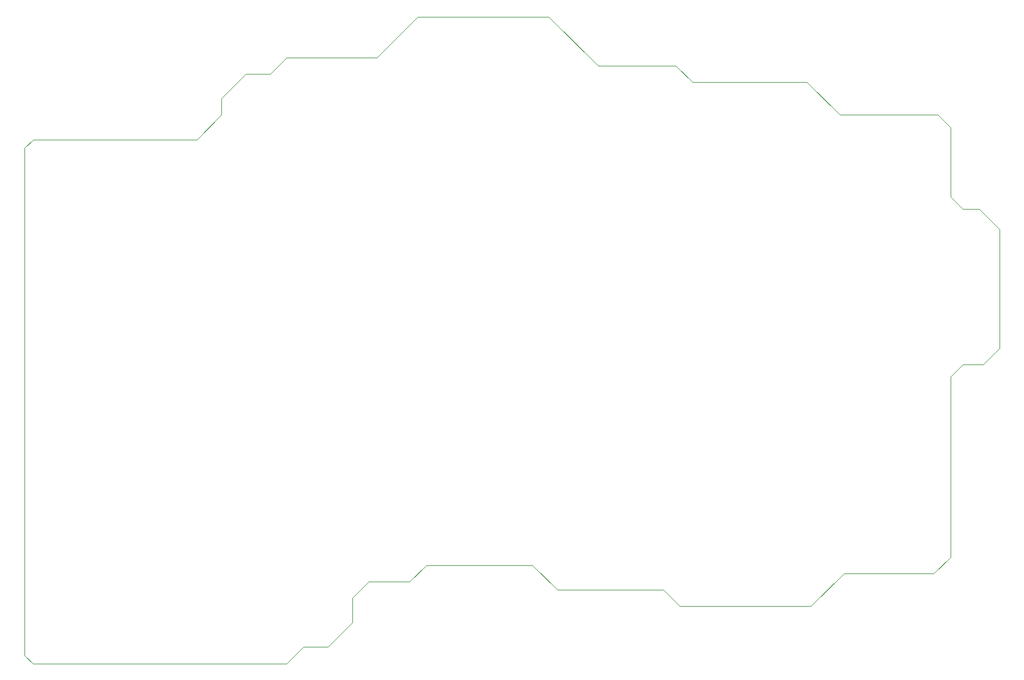
<source format=gbr>
%TF.GenerationSoftware,KiCad,Pcbnew,6.0.4*%
%TF.CreationDate,2022-05-08T18:53:29+02:00*%
%TF.ProjectId,mykeeb,6d796b65-6562-42e6-9b69-6361645f7063,rev?*%
%TF.SameCoordinates,Original*%
%TF.FileFunction,Profile,NP*%
%FSLAX46Y46*%
G04 Gerber Fmt 4.6, Leading zero omitted, Abs format (unit mm)*
G04 Created by KiCad (PCBNEW 6.0.4) date 2022-05-08 18:53:29*
%MOMM*%
%LPD*%
G01*
G04 APERTURE LIST*
%TA.AperFunction,Profile*%
%ADD10C,0.100000*%
%TD*%
G04 APERTURE END LIST*
D10*
X101203107Y-27384357D02*
X112514157Y-27384398D01*
X114895409Y-29765650D01*
X131564173Y-29765650D01*
X136326677Y-34528113D01*
X150614189Y-34528154D01*
X152400128Y-36314093D01*
X152400128Y-46434414D01*
X154186067Y-48220353D01*
X156567319Y-48220353D01*
X159543781Y-51196918D01*
X159543884Y-68460995D01*
X157162632Y-70842247D01*
X154185964Y-70842247D01*
X152400025Y-72628186D01*
X152400025Y-98821917D01*
X150018773Y-101203169D01*
X136921887Y-101203169D01*
X132159383Y-105965673D01*
X113109367Y-105965673D01*
X110728115Y-103584421D01*
X95249977Y-103584421D01*
X91678099Y-100012543D01*
X76199961Y-100012543D01*
X73818709Y-102393795D01*
X67865579Y-102393795D01*
X65484327Y-104775047D01*
X65484327Y-108346925D01*
X61912449Y-111918803D01*
X58340571Y-111918803D01*
X55959319Y-114300055D01*
X19049913Y-114300055D01*
X17859287Y-113109429D01*
X17859287Y-39290617D01*
X19049913Y-38099991D01*
X42862433Y-38099991D01*
X46434311Y-34528113D01*
X46434311Y-32146861D01*
X50006189Y-28574983D01*
X53578067Y-28574983D01*
X55959319Y-26193731D01*
X69056205Y-26193731D01*
X75009335Y-20240601D01*
X94059351Y-20240601D01*
X101203107Y-27384357D01*
M02*

</source>
